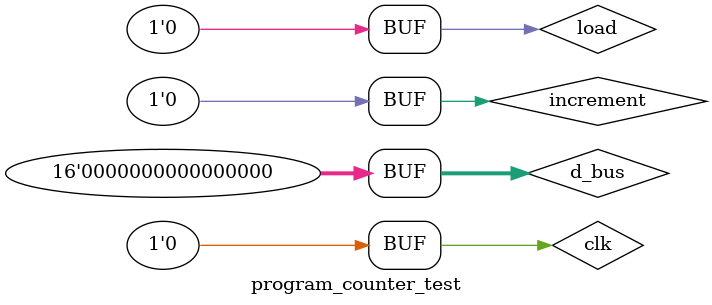
<source format=v>
`timescale 1ns / 1ps

module program_counter_test;

	// Inputs
	reg clk;
	reg increment;
	reg load;
	reg [15:0] d_bus;

	// Outputs
	wire [15:0] i_addr;

	// Instantiate the Unit Under Test (UUT)
	program_counter uut (
		.clk(clk), 
		.increment(increment), 
		.load(load), 
		.d_bus(d_bus), 
		.i_addr(i_addr)
	);

	initial begin
		// Initialize Inputs
		clk = 0;
		increment = 0;
		load = 0;
		d_bus = 0;

		// Wait 100 ns for global reset to finish
		#100;
        
		// Add stimulus here
		load = 1;
		#1;
		clk = 1;
		#1;
		clk = 0;
		load = 0;
		
		if (i_addr != 0) $display("I Addr is not whats expected.");
		
		increment = 1;
		#1;
		clk = 1;
		#1;
		clk = 0;
		increment = 0;
		
		if (i_addr != 1) $display("I Addr is not whats expected.");
		
		$display("Test successful if no messages.");
	end
      
endmodule


</source>
